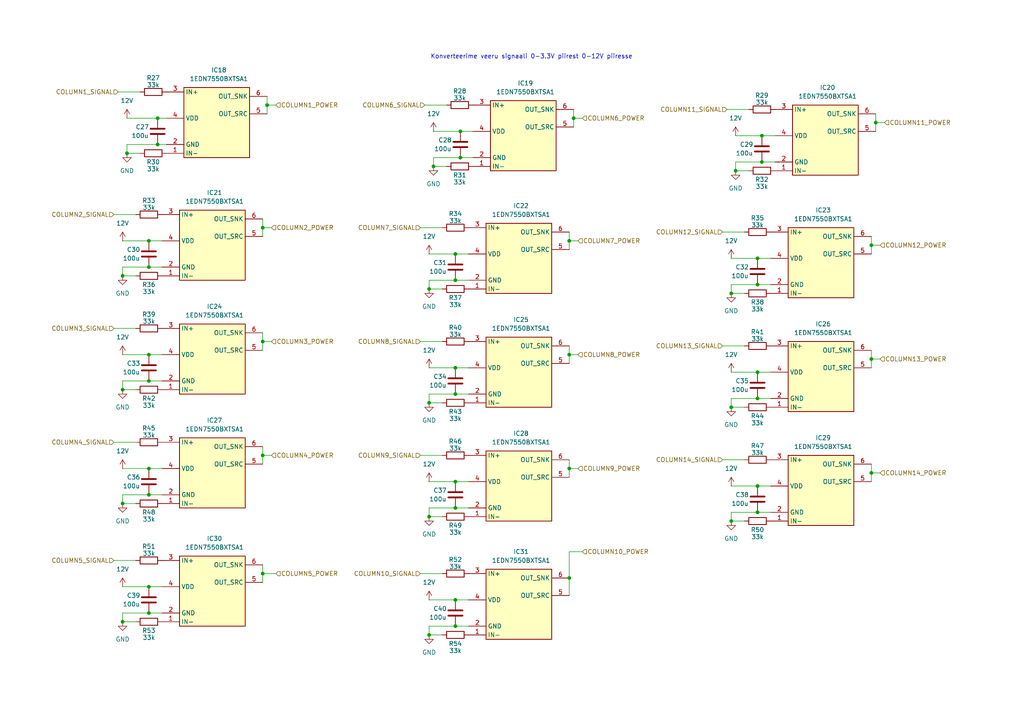
<source format=kicad_sch>
(kicad_sch (version 20250114) (generator "eeschema") (generator_version "9.0")
  (paper "A4")
  (lib_symbols
    (symbol "1EDN7550BXTSA1_2"
      (property "Reference" "IC2" (at 15.24 7.62 0))
      (property "Value" "1EDN7550BXTSA1" (at 15.24 5.08 0))
      (symbol "1EDN7550BXTSA1_2_1_1"
        (rectangle (start 5.08 2.54) (end 24.13 -17.78) (stroke (width 0.254)) (fill (type background)))
        (pin bidirectional line (at 0 1.27 0) (length 5.08) (name "IN+") (number "3"))
        (pin bidirectional line (at 0 -6.35 0) (length 5.08) (name "VDD") (number "4"))
        (pin bidirectional line (at 0 -13.97 0) (length 5.08) (name "GND") (number "2"))
        (pin bidirectional line (at 0 -16.51 0) (length 5.08) (name "IN-") (number "1"))
        (pin output line (at 29.21 0 180) (length 5.08) (name "OUT_SNK") (number "6"))
        (pin output line (at 29.21 -5.08 180) (length 5.08) (name "OUT_SRC") (number "5"))
      )
    )
    (symbol "Device:C" (pin_numbers (hide yes)) (pin_names (offset 0.254))
      (property "Reference" "C" (at 0.635 2.54 0))
      (property "Value" "C" (at 0.635 -2.54 0))
      (symbol "C_0_1"
        (polyline (pts (xy -2.032 0.762) (xy 2.032 0.762)) (stroke (width 0.508)))
        (polyline (pts (xy -2.032 -0.762) (xy 2.032 -0.762)) (stroke (width 0.508)))
      )
      (symbol "C_1_1"
        (pin passive line (at 0 3.81 270) (length 2.794) (name "~") (number "1"))
        (pin passive line (at 0 -3.81 90) (length 2.794) (name "~") (number "2"))
      )
    )
    (symbol "Device:R" (pin_numbers (hide yes)) (pin_names (offset 0))
      (property "Reference" "R" (at 2.032 0 90))
      (property "Value" "R" (at 0 0 90))
      (symbol "R_0_1"
        (rectangle (start -1.016 -2.54) (end 1.016 2.54) (stroke (width 0.254)))
      )
      (symbol "R_1_1"
        (pin passive line (at 0 3.81 270) (length 1.27) (name "~") (number "1"))
        (pin passive line (at 0 -3.81 90) (length 1.27) (name "~") (number "2"))
      )
    )
    (symbol "power:GND" (power) (pin_numbers (hide yes)) (pin_names (offset 0) (hide yes))
      (property "Value" "GND" (at 0 -3.81 0))
      (symbol "GND_0_1"
        (polyline (pts (xy 0 0) (xy 0 -1.27) (xy 1.27 -1.27) (xy 0 -2.54) (xy -1.27 -1.27) (xy 0 -1.27)))
      )
      (symbol "GND_1_1"
        (pin power_in line (at 0 0 270) (length 0) (name "~") (number "1"))
      )
    )
    (symbol "power:VCC" (power) (pin_numbers (hide yes)) (pin_names (offset 0) (hide yes))
      (property "Value" "VCC" (at 0 3.556 0))
      (symbol "VCC_0_1"
        (polyline (pts (xy -0.762 1.27) (xy 0 2.54)))
        (polyline (pts (xy 0 2.54) (xy 0.762 1.27)))
        (polyline (pts (xy 0 0) (xy 0 2.54)))
      )
      (symbol "VCC_1_1"
        (pin power_in line (at 0 0 90) (length 0) (name "~") (number "1"))
      )
    )
  )
  (text "Konverteerime veeru signaali 0-3.3V piirest 0-12V piiresse" (at 154.178 16.51 0) (effects (font (size 1.27 1.27))))
  (junction (at 133.5273 45.72))
  (junction (at 132.08 173.99))
  (junction (at 76.2 166.37))
  (junction (at 132.08 181.61))
  (junction (at 219.71 82.55))
  (junction (at 213.36 49.53))
  (junction (at 132.08 114.3))
  (junction (at 35.56 180.34))
  (junction (at 43.18 135.89))
  (junction (at 219.71 74.93))
  (junction (at 43.18 177.8))
  (junction (at 43.18 170.18))
  (junction (at 132.08 73.66))
  (junction (at 132.08 139.7))
  (junction (at 43.18 69.85))
  (junction (at 220.98 39.37))
  (junction (at 76.2 132.08))
  (junction (at 125.73 48.26))
  (junction (at 43.18 110.49))
  (junction (at 219.71 148.59))
  (junction (at 124.46 83.82))
  (junction (at 35.56 80.01))
  (junction (at 212.09 85.09))
  (junction (at 43.18 77.47))
  (junction (at 219.71 107.95))
  (junction (at 220.98 46.99))
  (junction (at 124.46 184.15))
  (junction (at 252.73 104.14))
  (junction (at 212.09 151.13))
  (junction (at 219.71 115.57))
  (junction (at 165.1 135.89))
  (junction (at 252.73 137.16))
  (junction (at 35.56 113.03))
  (junction (at 212.09 118.11))
  (junction (at 35.56 146.05))
  (junction (at 132.08 81.28))
  (junction (at 254 35.56))
  (junction (at 76.2 99.06))
  (junction (at 36.83 44.45))
  (junction (at 252.73 71.12))
  (junction (at 165.1 69.85))
  (junction (at 124.46 116.84))
  (junction (at 165.1 167.64))
  (junction (at 124.46 149.86))
  (junction (at 166.37 34.29))
  (junction (at 45.72 34.29))
  (junction (at 219.71 140.97))
  (junction (at 45.72 41.91))
  (junction (at 133.5273 38.1))
  (junction (at 132.08 106.68))
  (junction (at 43.18 102.87))
  (junction (at 165.1 102.87))
  (junction (at 77.47 30.48))
  (junction (at 132.08 147.32))
  (junction (at 43.18 143.51))
  (junction (at 76.2 66.04))
  (wire (pts (xy 128.27 184.15) (xy 124.46 184.15)))
  (wire (pts (xy 212.09 82.55) (xy 212.09 85.09)))
  (wire (pts (xy 33.02 162.56) (xy 39.37 162.56)))
  (wire (pts (xy 252.73 68.58) (xy 252.73 71.12)))
  (wire (pts (xy 213.36 39.37) (xy 220.98 39.37)))
  (wire (pts (xy 252.73 101.6) (xy 252.73 104.14)))
  (wire (pts (xy 124.46 173.99) (xy 132.08 173.99)))
  (wire (pts (xy 36.83 41.91) (xy 36.83 44.45)))
  (wire (pts (xy 39.37 80.01) (xy 35.56 80.01)))
  (wire (pts (xy 43.18 177.8) (xy 46.99 177.8)))
  (wire (pts (xy 124.46 139.7) (xy 132.08 139.7)))
  (wire (pts (xy 35.56 110.49) (xy 35.56 113.03)))
  (wire (pts (xy 165.1 69.85) (xy 167.64 69.85)))
  (wire (pts (xy 212.09 74.93) (xy 219.71 74.93)))
  (wire (pts (xy 165.1 160.02) (xy 168.91 160.02)))
  (wire (pts (xy 35.56 170.18) (xy 43.18 170.18)))
  (wire (pts (xy 35.56 143.51) (xy 43.18 143.51)))
  (wire (pts (xy 213.36 46.99) (xy 220.98 46.99)))
  (wire (pts (xy 43.18 135.89) (xy 46.99 135.89)))
  (wire (pts (xy 209.55 100.33) (xy 215.9 100.33)))
  (wire (pts (xy 77.47 30.48) (xy 77.47 33.02)))
  (wire (pts (xy 121.92 132.08) (xy 128.27 132.08)))
  (wire (pts (xy 77.47 27.94) (xy 77.47 30.48)))
  (wire (pts (xy 124.46 73.66) (xy 132.08 73.66)))
  (wire (pts (xy 33.02 62.23) (xy 39.37 62.23)))
  (wire (pts (xy 128.27 83.82) (xy 124.46 83.82)))
  (wire (pts (xy 132.08 173.99) (xy 135.89 173.99)))
  (wire (pts (xy 43.18 102.87) (xy 46.99 102.87)))
  (wire (pts (xy 213.36 46.99) (xy 213.36 49.53)))
  (wire (pts (xy 166.37 31.75) (xy 166.37 34.29)))
  (wire (pts (xy 132.08 73.66) (xy 135.89 73.66)))
  (wire (pts (xy 124.46 106.68) (xy 132.08 106.68)))
  (wire (pts (xy 76.2 129.54) (xy 76.2 132.08)))
  (wire (pts (xy 123.19 30.48) (xy 129.54 30.48)))
  (wire (pts (xy 212.09 107.95) (xy 219.71 107.95)))
  (wire (pts (xy 133.5273 38.1) (xy 137.16 38.1)))
  (wire (pts (xy 219.71 82.55) (xy 223.52 82.55)))
  (wire (pts (xy 35.56 77.47) (xy 35.56 80.01)))
  (wire (pts (xy 124.46 181.61) (xy 132.08 181.61)))
  (wire (pts (xy 76.2 132.08) (xy 76.2 134.62)))
  (wire (pts (xy 215.9 85.09) (xy 212.09 85.09)))
  (wire (pts (xy 77.47 30.48) (xy 80.01 30.48)))
  (wire (pts (xy 165.1 67.31) (xy 165.1 69.85)))
  (wire (pts (xy 212.09 115.57) (xy 219.71 115.57)))
  (wire (pts (xy 220.98 46.99) (xy 224.79 46.99)))
  (wire (pts (xy 133.5273 45.72) (xy 137.16 45.72)))
  (wire (pts (xy 129.54 48.26) (xy 125.73 48.26)))
  (wire (pts (xy 132.08 147.32) (xy 135.89 147.32)))
  (wire (pts (xy 252.73 71.12) (xy 255.27 71.12)))
  (wire (pts (xy 212.09 148.59) (xy 219.71 148.59)))
  (wire (pts (xy 252.73 137.16) (xy 252.73 139.7)))
  (wire (pts (xy 165.1 102.87) (xy 165.1 105.41)))
  (wire (pts (xy 124.46 181.61) (xy 124.46 184.15)))
  (wire (pts (xy 125.73 45.72) (xy 125.73 48.26)))
  (wire (pts (xy 128.27 116.84) (xy 124.46 116.84)))
  (wire (pts (xy 39.37 113.03) (xy 35.56 113.03)))
  (wire (pts (xy 252.73 71.12) (xy 252.73 73.66)))
  (wire (pts (xy 35.56 110.49) (xy 43.18 110.49)))
  (wire (pts (xy 33.02 95.25) (xy 39.37 95.25)))
  (wire (pts (xy 35.56 177.8) (xy 35.56 180.34)))
  (wire (pts (xy 128.27 149.86) (xy 124.46 149.86)))
  (wire (pts (xy 76.2 66.04) (xy 76.2 68.58)))
  (wire (pts (xy 34.29 26.67) (xy 40.64 26.67)))
  (wire (pts (xy 76.2 163.83) (xy 76.2 166.37)))
  (wire (pts (xy 165.1 102.87) (xy 167.64 102.87)))
  (wire (pts (xy 124.46 114.3) (xy 132.08 114.3)))
  (wire (pts (xy 43.18 110.49) (xy 46.99 110.49)))
  (wire (pts (xy 76.2 166.37) (xy 80.01 166.37)))
  (wire (pts (xy 124.46 81.28) (xy 132.08 81.28)))
  (wire (pts (xy 36.83 34.29) (xy 45.72 34.29)))
  (wire (pts (xy 219.71 148.59) (xy 223.52 148.59)))
  (wire (pts (xy 166.37 34.29) (xy 168.91 34.29)))
  (wire (pts (xy 43.18 77.47) (xy 46.99 77.47)))
  (wire (pts (xy 35.56 143.51) (xy 35.56 146.05)))
  (wire (pts (xy 125.73 38.1) (xy 133.5273 38.1)))
  (wire (pts (xy 219.71 107.95) (xy 223.52 107.95)))
  (wire (pts (xy 132.08 181.61) (xy 135.89 181.61)))
  (wire (pts (xy 132.08 106.68) (xy 135.89 106.68)))
  (wire (pts (xy 125.73 45.72) (xy 133.5273 45.72)))
  (wire (pts (xy 36.83 41.91) (xy 45.72 41.91)))
  (wire (pts (xy 43.18 69.85) (xy 46.99 69.85)))
  (wire (pts (xy 165.1 167.64) (xy 165.1 172.72)))
  (wire (pts (xy 165.1 133.35) (xy 165.1 135.89)))
  (wire (pts (xy 132.08 139.7) (xy 135.89 139.7)))
  (wire (pts (xy 35.56 135.89) (xy 43.18 135.89)))
  (wire (pts (xy 209.55 133.35) (xy 215.9 133.35)))
  (wire (pts (xy 212.09 148.59) (xy 212.09 151.13)))
  (wire (pts (xy 124.46 81.28) (xy 124.46 83.82)))
  (wire (pts (xy 165.1 160.02) (xy 165.1 167.64)))
  (wire (pts (xy 76.2 96.52) (xy 76.2 99.06)))
  (wire (pts (xy 43.18 170.18) (xy 46.99 170.18)))
  (wire (pts (xy 124.46 147.32) (xy 132.08 147.32)))
  (wire (pts (xy 209.55 67.31) (xy 215.9 67.31)))
  (wire (pts (xy 76.2 63.5) (xy 76.2 66.04)))
  (wire (pts (xy 121.92 166.37) (xy 128.27 166.37)))
  (wire (pts (xy 212.09 140.97) (xy 219.71 140.97)))
  (wire (pts (xy 35.56 102.87) (xy 43.18 102.87)))
  (wire (pts (xy 132.08 114.3) (xy 135.89 114.3)))
  (wire (pts (xy 210.82 31.75) (xy 217.17 31.75)))
  (wire (pts (xy 43.18 143.51) (xy 46.99 143.51)))
  (wire (pts (xy 220.98 39.37) (xy 224.79 39.37)))
  (wire (pts (xy 212.09 82.55) (xy 219.71 82.55)))
  (wire (pts (xy 45.72 41.91) (xy 48.26 41.91)))
  (wire (pts (xy 39.37 146.05) (xy 35.56 146.05)))
  (wire (pts (xy 254 33.02) (xy 254 35.56)))
  (wire (pts (xy 165.1 69.85) (xy 165.1 72.39)))
  (wire (pts (xy 33.02 128.27) (xy 39.37 128.27)))
  (wire (pts (xy 121.92 99.06) (xy 128.27 99.06)))
  (wire (pts (xy 215.9 118.11) (xy 212.09 118.11)))
  (wire (pts (xy 165.1 135.89) (xy 165.1 138.43)))
  (wire (pts (xy 39.37 180.34) (xy 35.56 180.34)))
  (wire (pts (xy 76.2 99.06) (xy 76.2 101.6)))
  (wire (pts (xy 40.64 44.45) (xy 36.83 44.45)))
  (wire (pts (xy 76.2 132.08) (xy 78.74 132.08)))
  (wire (pts (xy 132.08 81.28) (xy 135.89 81.28)))
  (wire (pts (xy 254 35.56) (xy 256.54 35.56)))
  (wire (pts (xy 219.71 140.97) (xy 223.52 140.97)))
  (wire (pts (xy 124.46 114.3) (xy 124.46 116.84)))
  (wire (pts (xy 121.92 66.04) (xy 128.27 66.04)))
  (wire (pts (xy 76.2 66.04) (xy 78.74 66.04)))
  (wire (pts (xy 35.56 69.85) (xy 43.18 69.85)))
  (wire (pts (xy 166.37 34.29) (xy 166.37 36.83)))
  (wire (pts (xy 252.73 134.62) (xy 252.73 137.16)))
  (wire (pts (xy 124.46 147.32) (xy 124.46 149.86)))
  (wire (pts (xy 212.09 115.57) (xy 212.09 118.11)))
  (wire (pts (xy 252.73 104.14) (xy 255.27 104.14)))
  (wire (pts (xy 76.2 99.06) (xy 78.74 99.06)))
  (wire (pts (xy 35.56 177.8) (xy 43.18 177.8)))
  (wire (pts (xy 35.56 77.47) (xy 43.18 77.47)))
  (wire (pts (xy 219.71 115.57) (xy 223.52 115.57)))
  (wire (pts (xy 219.71 74.93) (xy 223.52 74.93)))
  (wire (pts (xy 165.1 135.89) (xy 167.64 135.89)))
  (wire (pts (xy 45.72 34.29) (xy 48.26 34.29)))
  (wire (pts (xy 252.73 104.14) (xy 252.73 106.68)))
  (wire (pts (xy 165.1 100.33) (xy 165.1 102.87)))
  (wire (pts (xy 76.2 166.37) (xy 76.2 168.91)))
  (wire (pts (xy 252.73 137.16) (xy 255.27 137.16)))
  (wire (pts (xy 254 35.56) (xy 254 38.1)))
  (wire (pts (xy 217.17 49.53) (xy 213.36 49.53)))
  (wire (pts (xy 215.9 151.13) (xy 212.09 151.13)))
  (hierarchical_label "COLUMN8_SIGNAL" (shape input) (at 121.92 99.06 180))
  (hierarchical_label "COLUMN6_POWER" (shape input) (at 168.91 34.29 0))
  (hierarchical_label "COLUMN7_POWER" (shape input) (at 167.64 69.85 0))
  (hierarchical_label "COLUMN13_POWER" (shape input) (at 255.27 104.14 0))
  (hierarchical_label "COLUMN4_POWER" (shape input) (at 78.74 132.08 0))
  (hierarchical_label "COLUMN12_SIGNAL" (shape input) (at 209.55 67.31 180))
  (hierarchical_label "COLUMN9_POWER" (shape input) (at 167.64 135.89 0))
  (hierarchical_label "COLUMN6_SIGNAL" (shape input) (at 123.19 30.48 180))
  (hierarchical_label "COLUMN4_SIGNAL" (shape input) (at 33.02 128.27 180))
  (hierarchical_label "COLUMN7_SIGNAL" (shape input) (at 121.92 66.04 180))
  (hierarchical_label "COLUMN5_POWER" (shape input) (at 80.01 166.37 0))
  (hierarchical_label "COLUMN10_POWER" (shape input) (at 168.91 160.02 0))
  (hierarchical_label "COLUMN11_POWER" (shape input) (at 256.54 35.56 0))
  (hierarchical_label "COLUMN14_POWER" (shape input) (at 255.27 137.16 0))
  (hierarchical_label "COLUMN8_POWER" (shape input) (at 167.64 102.87 0))
  (hierarchical_label "COLUMN9_SIGNAL" (shape input) (at 121.92 132.08 180))
  (hierarchical_label "COLUMN13_SIGNAL" (shape input) (at 209.55 100.33 180))
  (hierarchical_label "COLUMN14_SIGNAL" (shape input) (at 209.55 133.35 180))
  (hierarchical_label "COLUMN11_SIGNAL" (shape input) (at 210.82 31.75 180))
  (hierarchical_label "COLUMN2_POWER" (shape input) (at 78.74 66.04 0))
  (hierarchical_label "COLUMN1_SIGNAL" (shape input) (at 34.29 26.67 180))
  (hierarchical_label "COLUMN2_SIGNAL" (shape input) (at 33.02 62.23 180))
  (hierarchical_label "COLUMN12_POWER" (shape input) (at 255.27 71.12 0))
  (hierarchical_label "COLUMN5_SIGNAL" (shape input) (at 33.02 162.56 180))
  (hierarchical_label "COLUMN3_POWER" (shape input) (at 78.74 99.06 0))
  (hierarchical_label "COLUMN10_SIGNAL" (shape input) (at 121.92 166.37 180))
  (hierarchical_label "COLUMN1_POWER" (shape input) (at 80.01 30.48 0))
  (hierarchical_label "COLUMN3_SIGNAL" (shape input) (at 33.02 95.25 180))
  (symbol (lib_id "Device:R") (at 132.08 83.82 270) (unit 1)
    (property "Reference" "R37" (at 132.08 86.36 90))
    (property "Value" "33k" (at 132.08 88.392 90))
    (property "Footprint" "Resistor_SMD:R_0603_1608Metric_Pad0.98x0.95mm_HandSolder" (effects (hide yes)))
    (property "Description" "Resistor" (effects (hide yes)))
  )
  (symbol (lib_id "Device:R") (at 220.98 31.75 270) (unit 1)
    (property "Reference" "R29" (at 220.98 27.686 90))
    (property "Value" "33k" (at 220.98 29.718 90))
    (property "Footprint" "Resistor_SMD:R_0603_1608Metric_Pad0.98x0.95mm_HandSolder" (effects (hide yes)))
    (property "Description" "Resistor" (effects (hide yes)))
  )
  (symbol (lib_name "1EDN7550BXTSA1_2") (lib_id "1EDN7550BXTSA1:1EDN7550BXTSA1") (at 46.99 163.83 0) (unit 1)
    (property "Reference" "IC30" (at 62.23 156.21 0))
    (property "Value" "1EDN7550BXTSA1" (at 62.23 158.75 0))
    (property "Footprint" "SOT95P280X145-6N:SOT95P280X145-6N" (effects (hide yes)))
    (property "Datasheet" "https://www.mouser.ee/datasheet/3/70/1/Infineon-1EDN7550B-DataSheet-v02_04-EN.pdf" (effects (hide yes)))
    (property "Description" "INFINEON - 1EDN7550BXTSA1 - MOSFET Driver, High Side, 4.5V to 20V Supply, 8A Out, 45ns Delay, SOT-23-6" (effects (hide yes)))
    (property "Height" "1.45" (effects (hide yes)))
    (property "Mouser Part Number" "726-1EDN7550BXTSA1" (effects (hide yes)))
    (property "Mouser Price/Stock" "https://www.mouser.co.uk/ProductDetail/Infineon-Technologies/1EDN7550BXTSA1?qs=55YtniHzbhAbvf50ccXD7g%3D%3D" (effects (hide yes)))
    (property "Manufacturer_Name" "Infineon" (effects (hide yes)))
    (property "Manufacturer_Part_Number" "1EDN7550BXTSA1" (effects (hide yes)))
  )
  (symbol (lib_id "power:GND") (at 124.46 116.84 0) (unit 1)
    (property "Reference" "#PWR0108" (effects (hide yes)))
    (property "Value" "GND" (at 124.46 121.92 0))
    (property "Description" "Power symbol creates a global label with name \"GND\" , ground" (effects (hide yes)))
  )
  (symbol (lib_id "Device:R") (at 132.08 132.08 270) (unit 1)
    (property "Reference" "R46" (at 132.08 128.016 90))
    (property "Value" "33k" (at 132.08 130.048 90))
    (property "Footprint" "Resistor_SMD:R_0603_1608Metric_Pad0.98x0.95mm_HandSolder" (effects (hide yes)))
    (property "Description" "Resistor" (effects (hide yes)))
  )
  (symbol (lib_name "1EDN7550BXTSA1_2") (lib_id "1EDN7550BXTSA1:1EDN7550BXTSA1") (at 137.16 31.75 0) (unit 1)
    (property "Reference" "IC19" (at 152.4 24.13 0))
    (property "Value" "1EDN7550BXTSA1" (at 152.4 26.67 0))
    (property "Footprint" "SOT95P280X145-6N:SOT95P280X145-6N" (effects (hide yes)))
    (property "Datasheet" "https://www.mouser.ee/datasheet/3/70/1/Infineon-1EDN7550B-DataSheet-v02_04-EN.pdf" (effects (hide yes)))
    (property "Description" "INFINEON - 1EDN7550BXTSA1 - MOSFET Driver, High Side, 4.5V to 20V Supply, 8A Out, 45ns Delay, SOT-23-6" (effects (hide yes)))
    (property "Height" "1.45" (effects (hide yes)))
    (property "Mouser Part Number" "726-1EDN7550BXTSA1" (effects (hide yes)))
    (property "Mouser Price/Stock" "https://www.mouser.co.uk/ProductDetail/Infineon-Technologies/1EDN7550BXTSA1?qs=55YtniHzbhAbvf50ccXD7g%3D%3D" (effects (hide yes)))
    (property "Manufacturer_Name" "Infineon" (effects (hide yes)))
    (property "Manufacturer_Part_Number" "1EDN7550BXTSA1" (effects (hide yes)))
  )
  (symbol (lib_id "Device:C") (at 132.08 110.49 180) (unit 1)
    (property "Reference" "C34" (at 127.635 109.22 0))
    (property "Value" "100u" (at 127 111.76 0))
    (property "Footprint" "Capacitor_SMD:C_0603_1608Metric_Pad1.08x0.95mm_HandSolder" (effects (hide yes)))
    (property "Description" "Unpolarized capacitor" (effects (hide yes)))
  )
  (symbol (lib_id "power:VCC") (at 35.56 69.85 0) (unit 1)
    (property "Reference" "#PWR097" (effects (hide yes)))
    (property "Value" "12V" (at 35.56 64.77 0))
    (property "Description" "Power symbol creates a global label with name \"VCC\"" (effects (hide yes)))
  )
  (symbol (lib_id "power:GND") (at 124.46 149.86 0) (unit 1)
    (property "Reference" "#PWR0112" (effects (hide yes)))
    (property "Value" "GND" (at 124.46 154.94 0))
    (property "Description" "Power symbol creates a global label with name \"GND\" , ground" (effects (hide yes)))
  )
  (symbol (lib_id "power:VCC") (at 124.46 173.99 0) (unit 1)
    (property "Reference" "#PWR0114" (effects (hide yes)))
    (property "Value" "12V" (at 124.46 168.91 0))
    (property "Description" "Power symbol creates a global label with name \"VCC\"" (effects (hide yes)))
  )
  (symbol (lib_id "power:VCC") (at 36.83 34.29 0) (unit 1)
    (property "Reference" "#PWR012" (effects (hide yes)))
    (property "Value" "12V" (at 36.83 29.21 0))
    (property "Description" "Power symbol creates a global label with name \"VCC\"" (effects (hide yes)))
  )
  (symbol (lib_name "1EDN7550BXTSA1_2") (lib_id "1EDN7550BXTSA1:1EDN7550BXTSA1") (at 223.52 134.62 0) (unit 1)
    (property "Reference" "IC29" (at 238.76 127 0))
    (property "Value" "1EDN7550BXTSA1" (at 238.76 129.54 0))
    (property "Footprint" "SOT95P280X145-6N:SOT95P280X145-6N" (effects (hide yes)))
    (property "Datasheet" "https://www.mouser.ee/datasheet/3/70/1/Infineon-1EDN7550B-DataSheet-v02_04-EN.pdf" (effects (hide yes)))
    (property "Description" "INFINEON - 1EDN7550BXTSA1 - MOSFET Driver, High Side, 4.5V to 20V Supply, 8A Out, 45ns Delay, SOT-23-6" (effects (hide yes)))
    (property "Height" "1.45" (effects (hide yes)))
    (property "Mouser Part Number" "726-1EDN7550BXTSA1" (effects (hide yes)))
    (property "Mouser Price/Stock" "https://www.mouser.co.uk/ProductDetail/Infineon-Technologies/1EDN7550BXTSA1?qs=55YtniHzbhAbvf50ccXD7g%3D%3D" (effects (hide yes)))
    (property "Manufacturer_Name" "Infineon" (effects (hide yes)))
    (property "Manufacturer_Part_Number" "1EDN7550BXTSA1" (effects (hide yes)))
  )
  (symbol (lib_id "power:GND") (at 35.56 80.01 0) (unit 1)
    (property "Reference" "#PWR098" (effects (hide yes)))
    (property "Value" "GND" (at 35.56 85.09 0))
    (property "Description" "Power symbol creates a global label with name \"GND\" , ground" (effects (hide yes)))
  )
  (symbol (lib_id "power:VCC") (at 35.56 170.18 0) (unit 1)
    (property "Reference" "#PWR0109" (effects (hide yes)))
    (property "Value" "12V" (at 35.56 165.1 0))
    (property "Description" "Power symbol creates a global label with name \"VCC\"" (effects (hide yes)))
  )
  (symbol (lib_id "Device:R") (at 43.18 80.01 270) (unit 1)
    (property "Reference" "R36" (at 43.18 82.55 90))
    (property "Value" "33k" (at 43.18 84.582 90))
    (property "Footprint" "Resistor_SMD:R_0603_1608Metric_Pad0.98x0.95mm_HandSolder" (effects (hide yes)))
    (property "Description" "Resistor" (effects (hide yes)))
  )
  (symbol (lib_name "1EDN7550BXTSA1_2") (lib_id "1EDN7550BXTSA1:1EDN7550BXTSA1") (at 135.89 67.31 0) (unit 1)
    (property "Reference" "IC22" (at 151.13 59.69 0))
    (property "Value" "1EDN7550BXTSA1" (at 151.13 62.23 0))
    (property "Footprint" "SOT95P280X145-6N:SOT95P280X145-6N" (effects (hide yes)))
    (property "Datasheet" "https://www.mouser.ee/datasheet/3/70/1/Infineon-1EDN7550B-DataSheet-v02_04-EN.pdf" (effects (hide yes)))
    (property "Description" "INFINEON - 1EDN7550BXTSA1 - MOSFET Driver, High Side, 4.5V to 20V Supply, 8A Out, 45ns Delay, SOT-23-6" (effects (hide yes)))
    (property "Height" "1.45" (effects (hide yes)))
    (property "Mouser Part Number" "726-1EDN7550BXTSA1" (effects (hide yes)))
    (property "Mouser Price/Stock" "https://www.mouser.co.uk/ProductDetail/Infineon-Technologies/1EDN7550BXTSA1?qs=55YtniHzbhAbvf50ccXD7g%3D%3D" (effects (hide yes)))
    (property "Manufacturer_Name" "Infineon" (effects (hide yes)))
    (property "Manufacturer_Part_Number" "1EDN7550BXTSA1" (effects (hide yes)))
  )
  (symbol (lib_id "Device:R") (at 132.08 149.86 270) (unit 1)
    (property "Reference" "R49" (at 132.08 152.4 90))
    (property "Value" "33k" (at 132.08 154.432 90))
    (property "Footprint" "Resistor_SMD:R_0603_1608Metric_Pad0.98x0.95mm_HandSolder" (effects (hide yes)))
    (property "Description" "Resistor" (effects (hide yes)))
  )
  (symbol (lib_name "1EDN7550BXTSA1_2") (lib_id "1EDN7550BXTSA1:1EDN7550BXTSA1") (at 135.89 133.35 0) (unit 1)
    (property "Reference" "IC28" (at 151.13 125.73 0))
    (property "Value" "1EDN7550BXTSA1" (at 151.13 128.27 0))
    (property "Footprint" "SOT95P280X145-6N:SOT95P280X145-6N" (effects (hide yes)))
    (property "Datasheet" "https://www.mouser.ee/datasheet/3/70/1/Infineon-1EDN7550B-DataSheet-v02_04-EN.pdf" (effects (hide yes)))
    (property "Description" "INFINEON - 1EDN7550BXTSA1 - MOSFET Driver, High Side, 4.5V to 20V Supply, 8A Out, 45ns Delay, SOT-23-6" (effects (hide yes)))
    (property "Height" "1.45" (effects (hide yes)))
    (property "Mouser Part Number" "726-1EDN7550BXTSA1" (effects (hide yes)))
    (property "Mouser Price/Stock" "https://www.mouser.co.uk/ProductDetail/Infineon-Technologies/1EDN7550BXTSA1?qs=55YtniHzbhAbvf50ccXD7g%3D%3D" (effects (hide yes)))
    (property "Manufacturer_Name" "Infineon" (effects (hide yes)))
    (property "Manufacturer_Part_Number" "1EDN7550BXTSA1" (effects (hide yes)))
  )
  (symbol (lib_id "Device:R") (at 133.35 30.48 270) (unit 1)
    (property "Reference" "R28" (at 133.35 26.416 90))
    (property "Value" "33k" (at 133.35 28.448 90))
    (property "Footprint" "Resistor_SMD:R_0603_1608Metric_Pad0.98x0.95mm_HandSolder" (effects (hide yes)))
    (property "Description" "Resistor" (effects (hide yes)))
  )
  (symbol (lib_id "power:VCC") (at 35.56 102.87 0) (unit 1)
    (property "Reference" "#PWR099" (effects (hide yes)))
    (property "Value" "12V" (at 35.56 97.79 0))
    (property "Description" "Power symbol creates a global label with name \"VCC\"" (effects (hide yes)))
  )
  (symbol (lib_id "power:VCC") (at 125.73 38.1 0) (unit 1)
    (property "Reference" "#PWR0103" (effects (hide yes)))
    (property "Value" "12V" (at 125.73 33.02 0))
    (property "Description" "Power symbol creates a global label with name \"VCC\"" (effects (hide yes)))
  )
  (symbol (lib_id "power:GND") (at 35.56 113.03 0) (unit 1)
    (property "Reference" "#PWR0100" (effects (hide yes)))
    (property "Value" "GND" (at 35.56 118.11 0))
    (property "Description" "Power symbol creates a global label with name \"GND\" , ground" (effects (hide yes)))
  )
  (symbol (lib_id "power:GND") (at 212.09 85.09 0) (unit 1)
    (property "Reference" "#PWR0146" (effects (hide yes)))
    (property "Value" "GND" (at 212.09 90.17 0))
    (property "Description" "Power symbol creates a global label with name \"GND\" , ground" (effects (hide yes)))
  )
  (symbol (lib_id "Device:R") (at 219.71 118.11 270) (unit 1)
    (property "Reference" "R44" (at 219.71 120.65 90))
    (property "Value" "33k" (at 219.71 122.682 90))
    (property "Footprint" "Resistor_SMD:R_0603_1608Metric_Pad0.98x0.95mm_HandSolder" (effects (hide yes)))
    (property "Description" "Resistor" (effects (hide yes)))
  )
  (symbol (lib_name "1EDN7550BXTSA1_2") (lib_id "1EDN7550BXTSA1:1EDN7550BXTSA1") (at 223.52 101.6 0) (unit 1)
    (property "Reference" "IC26" (at 238.76 93.98 0))
    (property "Value" "1EDN7550BXTSA1" (at 238.76 96.52 0))
    (property "Footprint" "SOT95P280X145-6N:SOT95P280X145-6N" (effects (hide yes)))
    (property "Datasheet" "https://www.mouser.ee/datasheet/3/70/1/Infineon-1EDN7550B-DataSheet-v02_04-EN.pdf" (effects (hide yes)))
    (property "Description" "INFINEON - 1EDN7550BXTSA1 - MOSFET Driver, High Side, 4.5V to 20V Supply, 8A Out, 45ns Delay, SOT-23-6" (effects (hide yes)))
    (property "Height" "1.45" (effects (hide yes)))
    (property "Mouser Part Number" "726-1EDN7550BXTSA1" (effects (hide yes)))
    (property "Mouser Price/Stock" "https://www.mouser.co.uk/ProductDetail/Infineon-Technologies/1EDN7550BXTSA1?qs=55YtniHzbhAbvf50ccXD7g%3D%3D" (effects (hide yes)))
    (property "Manufacturer_Name" "Infineon" (effects (hide yes)))
    (property "Manufacturer_Part_Number" "1EDN7550BXTSA1" (effects (hide yes)))
  )
  (symbol (lib_id "power:GND") (at 212.09 118.11 0) (unit 1)
    (property "Reference" "#PWR0148" (effects (hide yes)))
    (property "Value" "GND" (at 212.09 123.19 0))
    (property "Description" "Power symbol creates a global label with name \"GND\" , ground" (effects (hide yes)))
  )
  (symbol (lib_id "Device:R") (at 43.18 95.25 270) (unit 1)
    (property "Reference" "R39" (at 43.18 91.186 90))
    (property "Value" "33k" (at 43.18 93.218 90))
    (property "Footprint" "Resistor_SMD:R_0603_1608Metric_Pad0.98x0.95mm_HandSolder" (effects (hide yes)))
    (property "Description" "Resistor" (effects (hide yes)))
  )
  (symbol (lib_id "Device:C") (at 219.71 144.78 180) (unit 1)
    (property "Reference" "C38" (at 215.265 143.51 0))
    (property "Value" "100u" (at 214.63 146.05 0))
    (property "Footprint" "Capacitor_SMD:C_0603_1608Metric_Pad1.08x0.95mm_HandSolder" (effects (hide yes)))
    (property "Description" "Unpolarized capacitor" (effects (hide yes)))
  )
  (symbol (lib_id "power:GND") (at 36.83 44.45 0) (unit 1)
    (property "Reference" "#PWR014" (effects (hide yes)))
    (property "Value" "GND" (at 36.83 49.53 0))
    (property "Description" "Power symbol creates a global label with name \"GND\" , ground" (effects (hide yes)))
  )
  (symbol (lib_id "Device:R") (at 132.08 166.37 270) (unit 1)
    (property "Reference" "R52" (at 132.08 162.306 90))
    (property "Value" "33k" (at 132.08 164.338 90))
    (property "Footprint" "Resistor_SMD:R_0603_1608Metric_Pad0.98x0.95mm_HandSolder" (effects (hide yes)))
    (property "Description" "Resistor" (effects (hide yes)))
  )
  (symbol (lib_id "power:VCC") (at 124.46 139.7 0) (unit 1)
    (property "Reference" "#PWR0111" (effects (hide yes)))
    (property "Value" "12V" (at 124.46 134.62 0))
    (property "Description" "Power symbol creates a global label with name \"VCC\"" (effects (hide yes)))
  )
  (symbol (lib_id "power:VCC") (at 212.09 107.95 0) (unit 1)
    (property "Reference" "#PWR0147" (effects (hide yes)))
    (property "Value" "12V" (at 212.09 102.87 0))
    (property "Description" "Power symbol creates a global label with name \"VCC\"" (effects (hide yes)))
  )
  (symbol (lib_id "power:GND") (at 124.46 184.15 0) (unit 1)
    (property "Reference" "#PWR0116" (effects (hide yes)))
    (property "Value" "GND" (at 124.46 189.23 0))
    (property "Description" "Power symbol creates a global label with name \"GND\" , ground" (effects (hide yes)))
  )
  (symbol (lib_id "Device:R") (at 219.71 151.13 270) (unit 1)
    (property "Reference" "R50" (at 219.71 153.67 90))
    (property "Value" "33k" (at 219.71 155.702 90))
    (property "Footprint" "Resistor_SMD:R_0603_1608Metric_Pad0.98x0.95mm_HandSolder" (effects (hide yes)))
    (property "Description" "Resistor" (effects (hide yes)))
  )
  (symbol (lib_id "Device:R") (at 132.08 116.84 270) (unit 1)
    (property "Reference" "R43" (at 132.08 119.38 90))
    (property "Value" "33k" (at 132.08 121.412 90))
    (property "Footprint" "Resistor_SMD:R_0603_1608Metric_Pad0.98x0.95mm_HandSolder" (effects (hide yes)))
    (property "Description" "Resistor" (effects (hide yes)))
  )
  (symbol (lib_id "Device:R") (at 43.18 62.23 270) (unit 1)
    (property "Reference" "R33" (at 43.18 58.166 90))
    (property "Value" "33k" (at 43.18 60.198 90))
    (property "Footprint" "Resistor_SMD:R_0603_1608Metric_Pad0.98x0.95mm_HandSolder" (effects (hide yes)))
    (property "Description" "Resistor" (effects (hide yes)))
  )
  (symbol (lib_id "Device:C") (at 220.98 43.18 180) (unit 1)
    (property "Reference" "C29" (at 216.535 41.91 0))
    (property "Value" "100u" (at 215.9 44.45 0))
    (property "Footprint" "Capacitor_SMD:C_0603_1608Metric_Pad1.08x0.95mm_HandSolder" (effects (hide yes)))
    (property "Description" "Unpolarized capacitor" (effects (hide yes)))
  )
  (symbol (lib_id "Device:C") (at 132.08 77.47 180) (unit 1)
    (property "Reference" "C31" (at 127.635 76.2 0))
    (property "Value" "100u" (at 127 78.74 0))
    (property "Footprint" "Capacitor_SMD:C_0603_1608Metric_Pad1.08x0.95mm_HandSolder" (effects (hide yes)))
    (property "Description" "Unpolarized capacitor" (effects (hide yes)))
  )
  (symbol (lib_id "power:VCC") (at 124.46 73.66 0) (unit 1)
    (property "Reference" "#PWR0105" (effects (hide yes)))
    (property "Value" "12V" (at 124.46 68.58 0))
    (property "Description" "Power symbol creates a global label with name \"VCC\"" (effects (hide yes)))
  )
  (symbol (lib_name "1EDN7550BXTSA1_2") (lib_id "1EDN7550BXTSA1:1EDN7550BXTSA1") (at 46.99 96.52 0) (unit 1)
    (property "Reference" "IC24" (at 62.23 88.9 0))
    (property "Value" "1EDN7550BXTSA1" (at 62.23 91.44 0))
    (property "Footprint" "SOT95P280X145-6N:SOT95P280X145-6N" (effects (hide yes)))
    (property "Datasheet" "https://www.mouser.ee/datasheet/3/70/1/Infineon-1EDN7550B-DataSheet-v02_04-EN.pdf" (effects (hide yes)))
    (property "Description" "INFINEON - 1EDN7550BXTSA1 - MOSFET Driver, High Side, 4.5V to 20V Supply, 8A Out, 45ns Delay, SOT-23-6" (effects (hide yes)))
    (property "Height" "1.45" (effects (hide yes)))
    (property "Mouser Part Number" "726-1EDN7550BXTSA1" (effects (hide yes)))
    (property "Mouser Price/Stock" "https://www.mouser.co.uk/ProductDetail/Infineon-Technologies/1EDN7550BXTSA1?qs=55YtniHzbhAbvf50ccXD7g%3D%3D" (effects (hide yes)))
    (property "Manufacturer_Name" "Infineon" (effects (hide yes)))
    (property "Manufacturer_Part_Number" "1EDN7550BXTSA1" (effects (hide yes)))
  )
  (symbol (lib_id "Device:C") (at 43.18 173.99 180) (unit 1)
    (property "Reference" "C39" (at 38.735 172.72 0))
    (property "Value" "100u" (at 38.1 175.26 0))
    (property "Footprint" "Capacitor_SMD:C_0603_1608Metric_Pad1.08x0.95mm_HandSolder" (effects (hide yes)))
    (property "Description" "Unpolarized capacitor" (effects (hide yes)))
  )
  (symbol (lib_id "Device:C") (at 45.72 38.1 180) (unit 1)
    (property "Reference" "C27" (at 41.275 36.83 0))
    (property "Value" "100u" (at 40.64 39.37 0))
    (property "Footprint" "Capacitor_SMD:C_0603_1608Metric_Pad1.08x0.95mm_HandSolder" (effects (hide yes)))
    (property "Description" "Unpolarized capacitor" (effects (hide yes)))
  )
  (symbol (lib_id "Device:R") (at 43.18 113.03 270) (unit 1)
    (property "Reference" "R42" (at 43.18 115.57 90))
    (property "Value" "33k" (at 43.18 117.602 90))
    (property "Footprint" "Resistor_SMD:R_0603_1608Metric_Pad0.98x0.95mm_HandSolder" (effects (hide yes)))
    (property "Description" "Resistor" (effects (hide yes)))
  )
  (symbol (lib_id "Device:C") (at 219.71 78.74 180) (unit 1)
    (property "Reference" "C32" (at 215.265 77.47 0))
    (property "Value" "100u" (at 214.63 80.01 0))
    (property "Footprint" "Capacitor_SMD:C_0603_1608Metric_Pad1.08x0.95mm_HandSolder" (effects (hide yes)))
    (property "Description" "Unpolarized capacitor" (effects (hide yes)))
  )
  (symbol (lib_id "power:GND") (at 213.36 49.53 0) (unit 1)
    (property "Reference" "#PWR0144" (effects (hide yes)))
    (property "Value" "GND" (at 213.36 54.61 0))
    (property "Description" "Power symbol creates a global label with name \"GND\" , ground" (effects (hide yes)))
  )
  (symbol (lib_id "Device:R") (at 219.71 85.09 270) (unit 1)
    (property "Reference" "R38" (at 219.71 87.63 90))
    (property "Value" "33k" (at 219.71 89.662 90))
    (property "Footprint" "Resistor_SMD:R_0603_1608Metric_Pad0.98x0.95mm_HandSolder" (effects (hide yes)))
    (property "Description" "Resistor" (effects (hide yes)))
  )
  (symbol (lib_id "Device:R") (at 219.71 67.31 270) (unit 1)
    (property "Reference" "R35" (at 219.71 63.246 90))
    (property "Value" "33k" (at 219.71 65.278 90))
    (property "Footprint" "Resistor_SMD:R_0603_1608Metric_Pad0.98x0.95mm_HandSolder" (effects (hide yes)))
    (property "Description" "Resistor" (effects (hide yes)))
  )
  (symbol (lib_name "1EDN7550BXTSA1_2") (lib_id "1EDN7550BXTSA1:1EDN7550BXTSA1") (at 135.89 167.64 0) (unit 1)
    (property "Reference" "IC31" (at 151.13 160.02 0))
    (property "Value" "1EDN7550BXTSA1" (at 151.13 162.56 0))
    (property "Footprint" "SOT95P280X145-6N:SOT95P280X145-6N" (effects (hide yes)))
    (property "Datasheet" "https://www.mouser.ee/datasheet/3/70/1/Infineon-1EDN7550B-DataSheet-v02_04-EN.pdf" (effects (hide yes)))
    (property "Description" "INFINEON - 1EDN7550BXTSA1 - MOSFET Driver, High Side, 4.5V to 20V Supply, 8A Out, 45ns Delay, SOT-23-6" (effects (hide yes)))
    (property "Height" "1.45" (effects (hide yes)))
    (property "Mouser Part Number" "726-1EDN7550BXTSA1" (effects (hide yes)))
    (property "Mouser Price/Stock" "https://www.mouser.co.uk/ProductDetail/Infineon-Technologies/1EDN7550BXTSA1?qs=55YtniHzbhAbvf50ccXD7g%3D%3D" (effects (hide yes)))
    (property "Manufacturer_Name" "Infineon" (effects (hide yes)))
    (property "Manufacturer_Part_Number" "1EDN7550BXTSA1" (effects (hide yes)))
  )
  (symbol (lib_id "Device:R") (at 133.35 48.26 270) (unit 1)
    (property "Reference" "R31" (at 133.35 50.8 90))
    (property "Value" "33k" (at 133.35 52.832 90))
    (property "Footprint" "Resistor_SMD:R_0603_1608Metric_Pad0.98x0.95mm_HandSolder" (effects (hide yes)))
    (property "Description" "Resistor" (effects (hide yes)))
  )
  (symbol (lib_id "Device:R") (at 132.08 184.15 270) (unit 1)
    (property "Reference" "R54" (at 132.08 186.69 90))
    (property "Value" "33k" (at 132.08 188.722 90))
    (property "Footprint" "Resistor_SMD:R_0603_1608Metric_Pad0.98x0.95mm_HandSolder" (effects (hide yes)))
    (property "Description" "Resistor" (effects (hide yes)))
  )
  (symbol (lib_id "Device:C") (at 43.18 73.66 180) (unit 1)
    (property "Reference" "C30" (at 38.735 72.39 0))
    (property "Value" "100u" (at 38.1 74.93 0))
    (property "Footprint" "Capacitor_SMD:C_0603_1608Metric_Pad1.08x0.95mm_HandSolder" (effects (hide yes)))
    (property "Description" "Unpolarized capacitor" (effects (hide yes)))
  )
  (symbol (lib_id "Device:C") (at 43.18 106.68 180) (unit 1)
    (property "Reference" "C33" (at 38.735 105.41 0))
    (property "Value" "100u" (at 38.1 107.95 0))
    (property "Footprint" "Capacitor_SMD:C_0603_1608Metric_Pad1.08x0.95mm_HandSolder" (effects (hide yes)))
    (property "Description" "Unpolarized capacitor" (effects (hide yes)))
  )
  (symbol (lib_id "Device:R") (at 43.18 146.05 270) (unit 1)
    (property "Reference" "R48" (at 43.18 148.59 90))
    (property "Value" "33k" (at 43.18 150.622 90))
    (property "Footprint" "Resistor_SMD:R_0603_1608Metric_Pad0.98x0.95mm_HandSolder" (effects (hide yes)))
    (property "Description" "Resistor" (effects (hide yes)))
  )
  (symbol (lib_name "1EDN7550BXTSA1_2") (lib_id "1EDN7550BXTSA1:1EDN7550BXTSA1") (at 135.89 100.33 0) (unit 1)
    (property "Reference" "IC25" (at 151.13 92.71 0))
    (property "Value" "1EDN7550BXTSA1" (at 151.13 95.25 0))
    (property "Footprint" "SOT95P280X145-6N:SOT95P280X145-6N" (effects (hide yes)))
    (property "Datasheet" "https://www.mouser.ee/datasheet/3/70/1/Infineon-1EDN7550B-DataSheet-v02_04-EN.pdf" (effects (hide yes)))
    (property "Description" "INFINEON - 1EDN7550BXTSA1 - MOSFET Driver, High Side, 4.5V to 20V Supply, 8A Out, 45ns Delay, SOT-23-6" (effects (hide yes)))
    (property "Height" "1.45" (effects (hide yes)))
    (property "Mouser Part Number" "726-1EDN7550BXTSA1" (effects (hide yes)))
    (property "Mouser Price/Stock" "https://www.mouser.co.uk/ProductDetail/Infineon-Technologies/1EDN7550BXTSA1?qs=55YtniHzbhAbvf50ccXD7g%3D%3D" (effects (hide yes)))
    (property "Manufacturer_Name" "Infineon" (effects (hide yes)))
    (property "Manufacturer_Part_Number" "1EDN7550BXTSA1" (effects (hide yes)))
  )
  (symbol (lib_id "Device:R") (at 220.98 49.53 270) (unit 1)
    (property "Reference" "R32" (at 220.98 52.07 90))
    (property "Value" "33k" (at 220.98 54.102 90))
    (property "Footprint" "Resistor_SMD:R_0603_1608Metric_Pad0.98x0.95mm_HandSolder" (effects (hide yes)))
    (property "Description" "Resistor" (effects (hide yes)))
  )
  (symbol (lib_id "power:GND") (at 212.09 151.13 0) (unit 1)
    (property "Reference" "#PWR0150" (effects (hide yes)))
    (property "Value" "GND" (at 212.09 156.21 0))
    (property "Description" "Power symbol creates a global label with name \"GND\" , ground" (effects (hide yes)))
  )
  (symbol (lib_id "Device:R") (at 44.45 26.67 270) (unit 1)
    (property "Reference" "R27" (at 44.45 22.606 90))
    (property "Value" "33k" (at 44.45 24.638 90))
    (property "Footprint" "Resistor_SMD:R_0603_1608Metric_Pad0.98x0.95mm_HandSolder" (effects (hide yes)))
    (property "Description" "Resistor" (effects (hide yes)))
  )
  (symbol (lib_id "power:VCC") (at 213.36 39.37 0) (unit 1)
    (property "Reference" "#PWR0143" (effects (hide yes)))
    (property "Value" "12V" (at 213.36 34.29 0))
    (property "Description" "Power symbol creates a global label with name \"VCC\"" (effects (hide yes)))
  )
  (symbol (lib_id "Device:C") (at 219.71 111.76 180) (unit 1)
    (property "Reference" "C35" (at 215.265 110.49 0))
    (property "Value" "100u" (at 214.63 113.03 0))
    (property "Footprint" "Capacitor_SMD:C_0603_1608Metric_Pad1.08x0.95mm_HandSolder" (effects (hide yes)))
    (property "Description" "Unpolarized capacitor" (effects (hide yes)))
  )
  (symbol (lib_name "1EDN7550BXTSA1_2") (lib_id "1EDN7550BXTSA1:1EDN7550BXTSA1") (at 46.99 129.54 0) (unit 1)
    (property "Reference" "IC27" (at 62.23 121.92 0))
    (property "Value" "1EDN7550BXTSA1" (at 62.23 124.46 0))
    (property "Footprint" "SOT95P280X145-6N:SOT95P280X145-6N" (effects (hide yes)))
    (property "Datasheet" "https://www.mouser.ee/datasheet/3/70/1/Infineon-1EDN7550B-DataSheet-v02_04-EN.pdf" (effects (hide yes)))
    (property "Description" "INFINEON - 1EDN7550BXTSA1 - MOSFET Driver, High Side, 4.5V to 20V Supply, 8A Out, 45ns Delay, SOT-23-6" (effects (hide yes)))
    (property "Height" "1.45" (effects (hide yes)))
    (property "Mouser Part Number" "726-1EDN7550BXTSA1" (effects (hide yes)))
    (property "Mouser Price/Stock" "https://www.mouser.co.uk/ProductDetail/Infineon-Technologies/1EDN7550BXTSA1?qs=55YtniHzbhAbvf50ccXD7g%3D%3D" (effects (hide yes)))
    (property "Manufacturer_Name" "Infineon" (effects (hide yes)))
    (property "Manufacturer_Part_Number" "1EDN7550BXTSA1" (effects (hide yes)))
  )
  (symbol (lib_id "power:VCC") (at 212.09 74.93 0) (unit 1)
    (property "Reference" "#PWR0145" (effects (hide yes)))
    (property "Value" "12V" (at 212.09 69.85 0))
    (property "Description" "Power symbol creates a global label with name \"VCC\"" (effects (hide yes)))
  )
  (symbol (lib_id "power:GND") (at 35.56 146.05 0) (unit 1)
    (property "Reference" "#PWR0102" (effects (hide yes)))
    (property "Value" "GND" (at 35.56 151.13 0))
    (property "Description" "Power symbol creates a global label with name \"GND\" , ground" (effects (hide yes)))
  )
  (symbol (lib_id "Device:R") (at 44.45 44.45 270) (unit 1)
    (property "Reference" "R30" (at 44.45 46.99 90))
    (property "Value" "33k" (at 44.45 49.022 90))
    (property "Footprint" "Resistor_SMD:R_0603_1608Metric_Pad0.98x0.95mm_HandSolder" (effects (hide yes)))
    (property "Description" "Resistor" (effects (hide yes)))
  )
  (symbol (lib_id "power:GND") (at 35.56 180.34 0) (unit 1)
    (property "Reference" "#PWR0110" (effects (hide yes)))
    (property "Value" "GND" (at 35.56 185.42 0))
    (property "Description" "Power symbol creates a global label with name \"GND\" , ground" (effects (hide yes)))
  )
  (symbol (lib_id "power:VCC") (at 35.56 135.89 0) (unit 1)
    (property "Reference" "#PWR0101" (effects (hide yes)))
    (property "Value" "12V" (at 35.56 130.81 0))
    (property "Description" "Power symbol creates a global label with name \"VCC\"" (effects (hide yes)))
  )
  (symbol (lib_name "1EDN7550BXTSA1_2") (lib_id "1EDN7550BXTSA1:1EDN7550BXTSA1") (at 223.52 68.58 0) (unit 1)
    (property "Reference" "IC23" (at 238.76 60.96 0))
    (property "Value" "1EDN7550BXTSA1" (at 238.76 63.5 0))
    (property "Footprint" "SOT95P280X145-6N:SOT95P280X145-6N" (effects (hide yes)))
    (property "Datasheet" "https://www.mouser.ee/datasheet/3/70/1/Infineon-1EDN7550B-DataSheet-v02_04-EN.pdf" (effects (hide yes)))
    (property "Description" "INFINEON - 1EDN7550BXTSA1 - MOSFET Driver, High Side, 4.5V to 20V Supply, 8A Out, 45ns Delay, SOT-23-6" (effects (hide yes)))
    (property "Height" "1.45" (effects (hide yes)))
    (property "Mouser Part Number" "726-1EDN7550BXTSA1" (effects (hide yes)))
    (property "Mouser Price/Stock" "https://www.mouser.co.uk/ProductDetail/Infineon-Technologies/1EDN7550BXTSA1?qs=55YtniHzbhAbvf50ccXD7g%3D%3D" (effects (hide yes)))
    (property "Manufacturer_Name" "Infineon" (effects (hide yes)))
    (property "Manufacturer_Part_Number" "1EDN7550BXTSA1" (effects (hide yes)))
  )
  (symbol (lib_id "Device:R") (at 43.18 180.34 270) (unit 1)
    (property "Reference" "R53" (at 43.18 182.88 90))
    (property "Value" "33k" (at 43.18 184.912 90))
    (property "Footprint" "Resistor_SMD:R_0603_1608Metric_Pad0.98x0.95mm_HandSolder" (effects (hide yes)))
    (property "Description" "Resistor" (effects (hide yes)))
  )
  (symbol (lib_id "power:VCC") (at 124.46 106.68 0) (unit 1)
    (property "Reference" "#PWR0107" (effects (hide yes)))
    (property "Value" "12V" (at 124.46 101.6 0))
    (property "Description" "Power symbol creates a global label with name \"VCC\"" (effects (hide yes)))
  )
  (symbol (lib_id "Device:C") (at 132.08 143.51 180) (unit 1)
    (property "Reference" "C37" (at 127.635 142.24 0))
    (property "Value" "100u" (at 127 144.78 0))
    (property "Footprint" "Capacitor_SMD:C_0603_1608Metric_Pad1.08x0.95mm_HandSolder" (effects (hide yes)))
    (property "Description" "Unpolarized capacitor" (effects (hide yes)))
  )
  (symbol (lib_id "Device:R") (at 43.18 128.27 270) (unit 1)
    (property "Reference" "R45" (at 43.18 124.206 90))
    (property "Value" "33k" (at 43.18 126.238 90))
    (property "Footprint" "Resistor_SMD:R_0603_1608Metric_Pad0.98x0.95mm_HandSolder" (effects (hide yes)))
    (property "Description" "Resistor" (effects (hide yes)))
  )
  (symbol (lib_id "power:VCC") (at 212.09 140.97 0) (unit 1)
    (property "Reference" "#PWR0149" (effects (hide yes)))
    (property "Value" "12V" (at 212.09 135.89 0))
    (property "Description" "Power symbol creates a global label with name \"VCC\"" (effects (hide yes)))
  )
  (symbol (lib_id "Device:C") (at 133.5273 41.91 180) (unit 1)
    (property "Reference" "C28" (at 129.0823 40.64 0))
    (property "Value" "100u" (at 128.4473 43.18 0))
    (property "Footprint" "Capacitor_SMD:C_0603_1608Metric_Pad1.08x0.95mm_HandSolder" (effects (hide yes)))
    (property "Description" "Unpolarized capacitor" (effects (hide yes)))
  )
  (symbol (lib_id "Device:R") (at 132.08 66.04 270) (unit 1)
    (property "Reference" "R34" (at 132.08 61.976 90))
    (property "Value" "33k" (at 132.08 64.008 90))
    (property "Footprint" "Resistor_SMD:R_0603_1608Metric_Pad0.98x0.95mm_HandSolder" (effects (hide yes)))
    (property "Description" "Resistor" (effects (hide yes)))
  )
  (symbol (lib_id "power:GND") (at 124.46 83.82 0) (unit 1)
    (property "Reference" "#PWR0106" (effects (hide yes)))
    (property "Value" "GND" (at 124.46 88.9 0))
    (property "Description" "Power symbol creates a global label with name \"GND\" , ground" (effects (hide yes)))
  )
  (symbol (lib_name "1EDN7550BXTSA1_2") (lib_id "1EDN7550BXTSA1:1EDN7550BXTSA1") (at 46.99 63.5 0) (unit 1)
    (property "Reference" "IC21" (at 62.23 55.88 0))
    (property "Value" "1EDN7550BXTSA1" (at 62.23 58.42 0))
    (property "Footprint" "SOT95P280X145-6N:SOT95P280X145-6N" (effects (hide yes)))
    (property "Datasheet" "https://www.mouser.ee/datasheet/3/70/1/Infineon-1EDN7550B-DataSheet-v02_04-EN.pdf" (effects (hide yes)))
    (property "Description" "INFINEON - 1EDN7550BXTSA1 - MOSFET Driver, High Side, 4.5V to 20V Supply, 8A Out, 45ns Delay, SOT-23-6" (effects (hide yes)))
    (property "Height" "1.45" (effects (hide yes)))
    (property "Mouser Part Number" "726-1EDN7550BXTSA1" (effects (hide yes)))
    (property "Mouser Price/Stock" "https://www.mouser.co.uk/ProductDetail/Infineon-Technologies/1EDN7550BXTSA1?qs=55YtniHzbhAbvf50ccXD7g%3D%3D" (effects (hide yes)))
    (property "Manufacturer_Name" "Infineon" (effects (hide yes)))
    (property "Manufacturer_Part_Number" "1EDN7550BXTSA1" (effects (hide yes)))
  )
  (symbol (lib_id "power:GND") (at 125.73 48.26 0) (unit 1)
    (property "Reference" "#PWR0104" (effects (hide yes)))
    (property "Value" "GND" (at 125.73 53.34 0))
    (property "Description" "Power symbol creates a global label with name \"GND\" , ground" (effects (hide yes)))
  )
  (symbol (lib_id "Device:C") (at 43.18 139.7 180) (unit 1)
    (property "Reference" "C36" (at 38.735 138.43 0))
    (property "Value" "100u" (at 38.1 140.97 0))
    (property "Footprint" "Capacitor_SMD:C_0603_1608Metric_Pad1.08x0.95mm_HandSolder" (effects (hide yes)))
    (property "Description" "Unpolarized capacitor" (effects (hide yes)))
  )
  (symbol (lib_name "1EDN7550BXTSA1_2") (lib_id "1EDN7550BXTSA1:1EDN7550BXTSA1") (at 48.26 27.94 0) (unit 1)
    (property "Reference" "IC18" (at 63.5 20.32 0))
    (property "Value" "1EDN7550BXTSA1" (at 63.5 22.86 0))
    (property "Footprint" "SOT95P280X145-6N:SOT95P280X145-6N" (effects (hide yes)))
    (property "Datasheet" "https://www.mouser.ee/datasheet/3/70/1/Infineon-1EDN7550B-DataSheet-v02_04-EN.pdf" (effects (hide yes)))
    (property "Description" "INFINEON - 1EDN7550BXTSA1 - MOSFET Driver, High Side, 4.5V to 20V Supply, 8A Out, 45ns Delay, SOT-23-6" (effects (hide yes)))
    (property "Height" "1.45" (effects (hide yes)))
    (property "Mouser Part Number" "726-1EDN7550BXTSA1" (effects (hide yes)))
    (property "Mouser Price/Stock" "https://www.mouser.co.uk/ProductDetail/Infineon-Technologies/1EDN7550BXTSA1?qs=55YtniHzbhAbvf50ccXD7g%3D%3D" (effects (hide yes)))
    (property "Manufacturer_Name" "Infineon" (effects (hide yes)))
    (property "Manufacturer_Part_Number" "1EDN7550BXTSA1" (effects (hide yes)))
  )
  (symbol (lib_id "Device:C") (at 132.08 177.8 180) (unit 1)
    (property "Reference" "C40" (at 127.635 176.53 0))
    (property "Value" "100u" (at 127 179.07 0))
    (property "Footprint" "Capacitor_SMD:C_0603_1608Metric_Pad1.08x0.95mm_HandSolder" (effects (hide yes)))
    (property "Description" "Unpolarized capacitor" (effects (hide yes)))
  )
  (symbol (lib_id "Device:R") (at 43.18 162.56 270) (unit 1)
    (property "Reference" "R51" (at 43.18 158.496 90))
    (property "Value" "33k" (at 43.18 160.528 90))
    (property "Footprint" "Resistor_SMD:R_0603_1608Metric_Pad0.98x0.95mm_HandSolder" (effects (hide yes)))
    (property "Description" "Resistor" (effects (hide yes)))
  )
  (symbol (lib_id "Device:R") (at 219.71 100.33 270) (unit 1)
    (property "Reference" "R41" (at 219.71 96.266 90))
    (property "Value" "33k" (at 219.71 98.298 90))
    (property "Footprint" "Resistor_SMD:R_0603_1608Metric_Pad0.98x0.95mm_HandSolder" (effects (hide yes)))
    (property "Description" "Resistor" (effects (hide yes)))
  )
  (symbol (lib_id "Device:R") (at 219.71 133.35 270) (unit 1)
    (property "Reference" "R47" (at 219.71 129.286 90))
    (property "Value" "33k" (at 219.71 131.318 90))
    (property "Footprint" "Resistor_SMD:R_0603_1608Metric_Pad0.98x0.95mm_HandSolder" (effects (hide yes)))
    (property "Description" "Resistor" (effects (hide yes)))
  )
  (symbol (lib_name "1EDN7550BXTSA1_2") (lib_id "1EDN7550BXTSA1:1EDN7550BXTSA1") (at 224.79 33.02 0) (unit 1)
    (property "Reference" "IC20" (at 240.03 25.4 0))
    (property "Value" "1EDN7550BXTSA1" (at 240.03 27.94 0))
    (property "Footprint" "SOT95P280X145-6N:SOT95P280X145-6N" (effects (hide yes)))
    (property "Datasheet" "https://www.mouser.ee/datasheet/3/70/1/Infineon-1EDN7550B-DataSheet-v02_04-EN.pdf" (effects (hide yes)))
    (property "Description" "INFINEON - 1EDN7550BXTSA1 - MOSFET Driver, High Side, 4.5V to 20V Supply, 8A Out, 45ns Delay, SOT-23-6" (effects (hide yes)))
    (property "Height" "1.45" (effects (hide yes)))
    (property "Mouser Part Number" "726-1EDN7550BXTSA1" (effects (hide yes)))
    (property "Mouser Price/Stock" "https://www.mouser.co.uk/ProductDetail/Infineon-Technologies/1EDN7550BXTSA1?qs=55YtniHzbhAbvf50ccXD7g%3D%3D" (effects (hide yes)))
    (property "Manufacturer_Name" "Infineon" (effects (hide yes)))
    (property "Manufacturer_Part_Number" "1EDN7550BXTSA1" (effects (hide yes)))
  )
  (symbol (lib_id "Device:R") (at 132.08 99.06 270) (unit 1)
    (property "Reference" "R40" (at 132.08 94.996 90))
    (property "Value" "33k" (at 132.08 97.028 90))
    (property "Footprint" "Resistor_SMD:R_0603_1608Metric_Pad0.98x0.95mm_HandSolder" (effects (hide yes)))
    (property "Description" "Resistor" (effects (hide yes)))
  )
)
</source>
